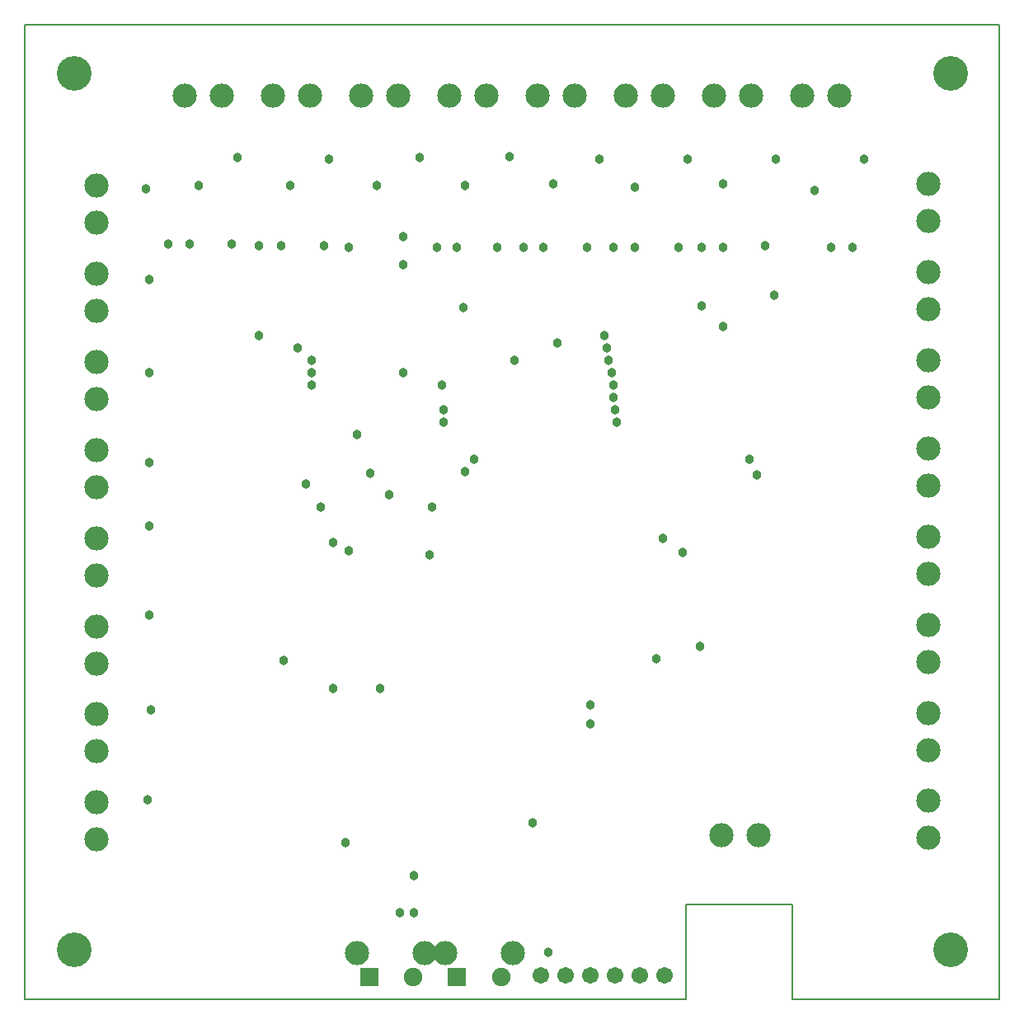
<source format=gbs>
G04 DipTrace 3.0.0.0*
G04 BottomMask.gbr*
%MOIN*%
G04 #@! TF.FileFunction,Soldermask,Bot*
G04 #@! TF.Part,Single*
%ADD11C,0.006*%
%ADD46C,0.14*%
%ADD51C,0.038*%
%ADD53C,0.067055*%
%ADD67C,0.098*%
%ADD69C,0.074929*%
%ADD71R,0.074929X0.074929*%
%ADD85C,0.098*%
%FSLAX26Y26*%
G04*
G70*
G90*
G75*
G01*
G04 BotMask*
%LPD*%
D51*
X2052661Y712575D3*
X1296332Y631316D3*
X1433846Y1256382D3*
X1246327D3*
X1633867Y1793938D3*
X1815136Y2181479D3*
X2658975Y1806440D3*
X2927753Y2181479D3*
X1515105Y350037D3*
X1433846Y1256382D3*
X1046306Y1368894D3*
X2552714Y1375144D3*
X3390302Y3394106D3*
X858581Y3400357D3*
X1227575Y3394106D3*
X1596364Y3400357D3*
X1958902Y3406608D3*
X2321440Y3394106D3*
X2677727D3*
X3034014D3*
X858581Y3400357D3*
X1227575Y3394106D3*
X1777633Y2131474D3*
X1340087Y2281490D3*
X1396354Y2125018D3*
X3259038Y3037819D3*
X3027764Y2844049D3*
X665016Y3050320D3*
X1690123Y2331531D3*
X1033804Y3044070D3*
X1690123Y2381531D3*
X1527606Y2531516D3*
Y2969062D3*
X1746379Y3037819D3*
X1683873Y2481531D3*
X2096416Y3037819D3*
X2152672Y2650278D3*
X2465205Y3037819D3*
X1977654Y2581531D3*
X2821492Y3037819D3*
Y2719035D3*
X2577717Y1862696D3*
X2727732Y1423623D3*
X2959007Y2118972D3*
X1471157Y2037714D3*
X1646369Y1987709D3*
X702315Y3287844D3*
X1071104Y3288050D3*
X1421140D3*
X1777428Y3287845D3*
X833783Y3050320D3*
X702315Y3287844D3*
X1208823Y3044070D3*
X2133715Y3294301D3*
X2271434Y3037819D3*
X1527606Y3081573D3*
X2640223Y3037819D3*
X2465205Y3281594D3*
X2990260Y3044070D3*
X2821492Y3294096D3*
X3190281Y3269093D3*
X3346547Y3037819D3*
X2113583Y187520D3*
X1908896Y3037819D3*
X1246327Y1843944D3*
X1196322Y1987709D3*
X1308833Y1812690D3*
X1133815Y2081469D3*
D3*
X489793Y3275549D3*
X2340192Y2681531D3*
X502294Y2906760D3*
X2352693Y2631526D3*
X502294Y2531720D3*
X2358944Y2581521D3*
X502294Y2169182D3*
X2371445Y2531516D3*
X502294Y1912701D3*
X2377696Y2481510D3*
X502294Y1550163D3*
X2377696Y2431505D3*
X508545Y1168873D3*
X2383946Y2381500D3*
X496043Y806335D3*
X2390197Y2331495D3*
X1571361Y350037D3*
Y500052D3*
X2283915Y1112617D3*
X946295Y2681531D3*
X577507Y3050320D3*
X946295Y3044070D3*
X1102556Y2631531D3*
X1308833Y3037819D3*
X1158818Y2581521D3*
X1665121Y3037819D3*
X1158818Y2531516D3*
X2015157Y3037819D3*
X1158818Y2481510D3*
X2377696Y3037819D3*
X1771382Y2794043D3*
X2733983Y3037819D3*
Y2800294D3*
X2283936Y1187625D3*
D85*
X289976Y3137829D3*
Y3287829D3*
Y2781542D3*
Y2931542D3*
Y2425255D3*
Y2575255D3*
Y2068967D3*
Y2218967D3*
Y1712680D3*
Y1862680D3*
Y1356392D3*
Y1506392D3*
Y1000105D3*
Y1150105D3*
Y643818D3*
Y793818D3*
D71*
X1746379Y87509D3*
D69*
X1923545D3*
D67*
X1697167Y185934D3*
X1972757D3*
D85*
X2965257Y662570D3*
X2815257D3*
X3652829Y800084D3*
Y650084D3*
Y1156371D3*
Y1006371D3*
Y1512659D3*
Y1362659D3*
Y1868946D3*
Y1718946D3*
Y2225234D3*
Y2075234D3*
Y2581521D3*
Y2431521D3*
Y2937808D3*
Y2787808D3*
Y3294096D3*
Y3144096D3*
D71*
X1390092Y87509D3*
D69*
X1567257D3*
D67*
X1340879Y185934D3*
X1616470D3*
D85*
X646264Y3650383D3*
X796264D3*
X1002551D3*
X1152551D3*
X1358839D3*
X1508839D3*
X1715126D3*
X1865126D3*
X2071413D3*
X2221413D3*
X2427701D3*
X2577701D3*
X2783988D3*
X2933988D3*
X3140276D3*
X3290276D3*
D46*
X3740157Y196850D3*
X196850D3*
Y3740157D3*
X3740157D3*
D53*
X2083915Y93760D3*
X2183915D3*
X2283915D3*
X2383915D3*
X2483915D3*
X2583915D3*
G04 BoardOutline*
X0Y3937008D2*
D11*
Y0D1*
X2671476D1*
Y381290D1*
X3102772D1*
Y0D1*
X3937008D1*
Y3937008D1*
X0D1*
M02*

</source>
